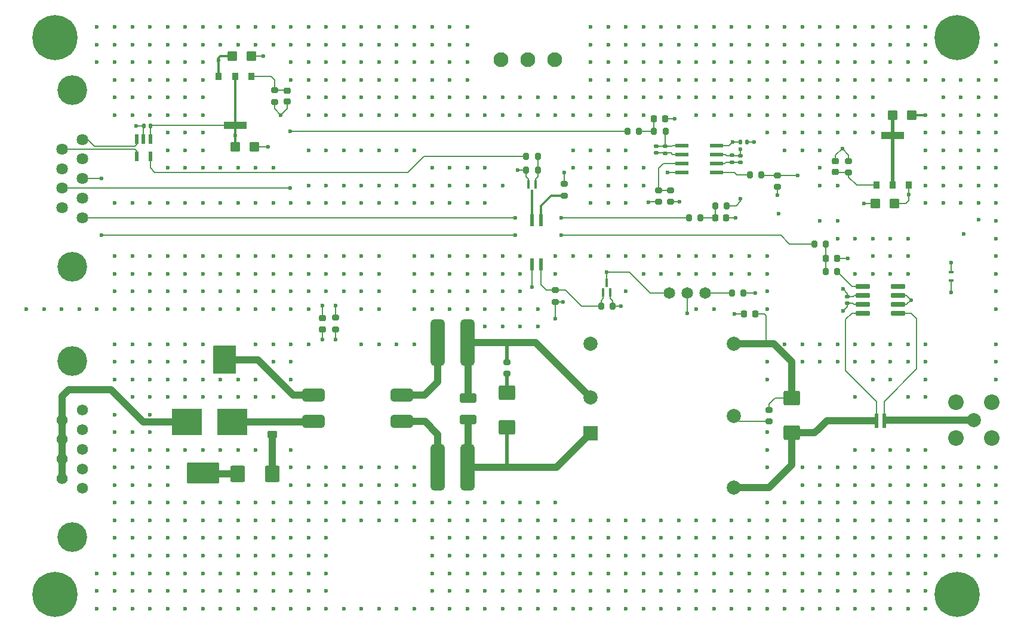
<source format=gbr>
%TF.GenerationSoftware,KiCad,Pcbnew,9.0.3*%
%TF.CreationDate,2025-09-16T13:04:12-04:00*%
%TF.ProjectId,CAEN_NEVIS_DAQ_12V,4341454e-5f4e-4455-9649-535f4441515f,rev?*%
%TF.SameCoordinates,Original*%
%TF.FileFunction,Copper,L1,Top*%
%TF.FilePolarity,Positive*%
%FSLAX46Y46*%
G04 Gerber Fmt 4.6, Leading zero omitted, Abs format (unit mm)*
G04 Created by KiCad (PCBNEW 9.0.3) date 2025-09-16 13:04:12*
%MOMM*%
%LPD*%
G01*
G04 APERTURE LIST*
G04 Aperture macros list*
%AMRoundRect*
0 Rectangle with rounded corners*
0 $1 Rounding radius*
0 $2 $3 $4 $5 $6 $7 $8 $9 X,Y pos of 4 corners*
0 Add a 4 corners polygon primitive as box body*
4,1,4,$2,$3,$4,$5,$6,$7,$8,$9,$2,$3,0*
0 Add four circle primitives for the rounded corners*
1,1,$1+$1,$2,$3*
1,1,$1+$1,$4,$5*
1,1,$1+$1,$6,$7*
1,1,$1+$1,$8,$9*
0 Add four rect primitives between the rounded corners*
20,1,$1+$1,$2,$3,$4,$5,0*
20,1,$1+$1,$4,$5,$6,$7,0*
20,1,$1+$1,$6,$7,$8,$9,0*
20,1,$1+$1,$8,$9,$2,$3,0*%
G04 Aperture macros list end*
%TA.AperFunction,SMDPad,CuDef*%
%ADD10RoundRect,0.200000X-0.275000X0.200000X-0.275000X-0.200000X0.275000X-0.200000X0.275000X0.200000X0*%
%TD*%
%TA.AperFunction,SMDPad,CuDef*%
%ADD11RoundRect,0.250000X-0.450000X-0.425000X0.450000X-0.425000X0.450000X0.425000X-0.450000X0.425000X0*%
%TD*%
%TA.AperFunction,SMDPad,CuDef*%
%ADD12R,0.889000X1.016000*%
%TD*%
%TA.AperFunction,SMDPad,CuDef*%
%ADD13R,3.200000X1.000000*%
%TD*%
%TA.AperFunction,SMDPad,CuDef*%
%ADD14RoundRect,0.200000X0.200000X0.275000X-0.200000X0.275000X-0.200000X-0.275000X0.200000X-0.275000X0*%
%TD*%
%TA.AperFunction,ComponentPad*%
%ADD15C,1.560000*%
%TD*%
%TA.AperFunction,ComponentPad*%
%ADD16C,4.216000*%
%TD*%
%TA.AperFunction,SMDPad,CuDef*%
%ADD17RoundRect,0.250000X0.925000X-0.787500X0.925000X0.787500X-0.925000X0.787500X-0.925000X-0.787500X0*%
%TD*%
%TA.AperFunction,SMDPad,CuDef*%
%ADD18RoundRect,0.200000X0.275000X-0.200000X0.275000X0.200000X-0.275000X0.200000X-0.275000X-0.200000X0*%
%TD*%
%TA.AperFunction,SMDPad,CuDef*%
%ADD19RoundRect,0.225000X0.250000X-0.225000X0.250000X0.225000X-0.250000X0.225000X-0.250000X-0.225000X0*%
%TD*%
%TA.AperFunction,SMDPad,CuDef*%
%ADD20RoundRect,0.225000X0.225000X0.250000X-0.225000X0.250000X-0.225000X-0.250000X0.225000X-0.250000X0*%
%TD*%
%TA.AperFunction,ComponentPad*%
%ADD21C,6.400000*%
%TD*%
%TA.AperFunction,ComponentPad*%
%ADD22C,1.650000*%
%TD*%
%TA.AperFunction,SMDPad,CuDef*%
%ADD23R,0.558800X1.473200*%
%TD*%
%TA.AperFunction,SMDPad,CuDef*%
%ADD24R,4.241800X3.810000*%
%TD*%
%TA.AperFunction,ComponentPad*%
%ADD25C,2.006600*%
%TD*%
%TA.AperFunction,ComponentPad*%
%ADD26C,2.209800*%
%TD*%
%TA.AperFunction,SMDPad,CuDef*%
%ADD27RoundRect,0.250000X0.450000X0.425000X-0.450000X0.425000X-0.450000X-0.425000X0.450000X-0.425000X0*%
%TD*%
%TA.AperFunction,SMDPad,CuDef*%
%ADD28R,0.350800X1.161200*%
%TD*%
%TA.AperFunction,SMDPad,CuDef*%
%ADD29RoundRect,0.225000X-0.250000X0.225000X-0.250000X-0.225000X0.250000X-0.225000X0.250000X0.225000X0*%
%TD*%
%TA.AperFunction,SMDPad,CuDef*%
%ADD30R,0.584200X2.159000*%
%TD*%
%TA.AperFunction,SMDPad,CuDef*%
%ADD31R,0.558800X1.651000*%
%TD*%
%TA.AperFunction,SMDPad,CuDef*%
%ADD32RoundRect,0.140000X-0.170000X0.140000X-0.170000X-0.140000X0.170000X-0.140000X0.170000X0.140000X0*%
%TD*%
%TA.AperFunction,SMDPad,CuDef*%
%ADD33RoundRect,0.250000X0.450000X-0.262500X0.450000X0.262500X-0.450000X0.262500X-0.450000X-0.262500X0*%
%TD*%
%TA.AperFunction,SMDPad,CuDef*%
%ADD34RoundRect,0.140000X-0.140000X-0.170000X0.140000X-0.170000X0.140000X0.170000X-0.140000X0.170000X0*%
%TD*%
%TA.AperFunction,SMDPad,CuDef*%
%ADD35RoundRect,0.225000X-0.225000X-0.250000X0.225000X-0.250000X0.225000X0.250000X-0.225000X0.250000X0*%
%TD*%
%TA.AperFunction,SMDPad,CuDef*%
%ADD36RoundRect,0.140000X0.170000X-0.140000X0.170000X0.140000X-0.170000X0.140000X-0.170000X-0.140000X0*%
%TD*%
%TA.AperFunction,SMDPad,CuDef*%
%ADD37RoundRect,0.075000X0.910000X0.225000X-0.910000X0.225000X-0.910000X-0.225000X0.910000X-0.225000X0*%
%TD*%
%TA.AperFunction,SMDPad,CuDef*%
%ADD38R,1.981200X0.558800*%
%TD*%
%TA.AperFunction,SMDPad,CuDef*%
%ADD39RoundRect,0.200000X-0.200000X-0.275000X0.200000X-0.275000X0.200000X0.275000X-0.200000X0.275000X0*%
%TD*%
%TA.AperFunction,ComponentPad*%
%ADD40R,2.000000X2.000000*%
%TD*%
%TA.AperFunction,ComponentPad*%
%ADD41C,2.000000*%
%TD*%
%TA.AperFunction,SMDPad,CuDef*%
%ADD42RoundRect,0.500000X-0.500000X-2.800000X0.500000X-2.800000X0.500000X2.800000X-0.500000X2.800000X0*%
%TD*%
%TA.AperFunction,SMDPad,CuDef*%
%ADD43RoundRect,0.250000X0.787500X0.925000X-0.787500X0.925000X-0.787500X-0.925000X0.787500X-0.925000X0*%
%TD*%
%TA.AperFunction,SMDPad,CuDef*%
%ADD44RoundRect,0.135000X0.185000X-0.135000X0.185000X0.135000X-0.185000X0.135000X-0.185000X-0.135000X0*%
%TD*%
%TA.AperFunction,ComponentPad*%
%ADD45C,1.635000*%
%TD*%
%TA.AperFunction,SMDPad,CuDef*%
%ADD46RoundRect,0.250000X0.925000X-0.412500X0.925000X0.412500X-0.925000X0.412500X-0.925000X-0.412500X0*%
%TD*%
%TA.AperFunction,SMDPad,CuDef*%
%ADD47RoundRect,0.475000X1.125000X-0.475000X1.125000X0.475000X-1.125000X0.475000X-1.125000X-0.475000X0*%
%TD*%
%TA.AperFunction,ComponentPad*%
%ADD48C,2.100000*%
%TD*%
%TA.AperFunction,SMDPad,CuDef*%
%ADD49R,0.711200X0.444500*%
%TD*%
%TA.AperFunction,ViaPad*%
%ADD50C,0.600000*%
%TD*%
%TA.AperFunction,Conductor*%
%ADD51C,0.200000*%
%TD*%
%TA.AperFunction,Conductor*%
%ADD52C,1.000000*%
%TD*%
%TA.AperFunction,Conductor*%
%ADD53C,0.500000*%
%TD*%
%TA.AperFunction,Conductor*%
%ADD54C,0.300000*%
%TD*%
%TA.AperFunction,Conductor*%
%ADD55C,0.350000*%
%TD*%
G04 APERTURE END LIST*
D10*
%TO.P,R2,1*%
%TO.N,Net-(U1--VIN)*%
X143110000Y-90055000D03*
%TO.P,R2,2*%
%TO.N,Net-(C8-Pad2)*%
X143110000Y-91705000D03*
%TD*%
D11*
%TO.P,C14,1*%
%TO.N,/Enable_Block/3p3V*%
X104580000Y-59510000D03*
%TO.P,C14,2*%
%TO.N,/V_TELEM_RTN*%
X107280000Y-59510000D03*
%TD*%
D12*
%TO.P,U4,1,SET*%
%TO.N,Net-(U4-SET)*%
X195518600Y-64922500D03*
%TO.P,U4,2,OUT*%
%TO.N,/Telemetry_Schematic/3p3V*%
X197830000Y-64922500D03*
%TO.P,U4,3,IN*%
%TO.N,/V_TELEM_IN*%
X200141400Y-64922500D03*
D13*
%TO.P,U4,4,TAB*%
%TO.N,/Telemetry_Schematic/3p3V*%
X197830000Y-57930000D03*
%TD*%
D14*
%TO.P,R23,1*%
%TO.N,/Telemetry_Schematic/TEMP*%
X179215000Y-63510000D03*
%TO.P,R23,2*%
%TO.N,Net-(U6B-+INB)*%
X177565000Y-63510000D03*
%TD*%
%TO.P,R26,1*%
%TO.N,Net-(C25-Pad2)*%
X170555000Y-69550000D03*
%TO.P,R26,2*%
%TO.N,/TEMP_MON*%
X168905000Y-69550000D03*
%TD*%
%TO.P,R8,1*%
%TO.N,Net-(M2-Pad1)*%
X147485000Y-62840000D03*
%TO.P,R8,2*%
%TO.N,/V_TELEM_RTN*%
X145835000Y-62840000D03*
%TD*%
D11*
%TO.P,C12,1*%
%TO.N,/V_TELEM_IN*%
X104151000Y-46660000D03*
%TO.P,C12,2*%
%TO.N,/V_TELEM_RTN*%
X106851000Y-46660000D03*
%TD*%
D15*
%TO.P,J1,1*%
%TO.N,/V_SEC_RTN*%
X82920000Y-96870000D03*
%TO.P,J1,2*%
X82920000Y-99640000D03*
%TO.P,J1,3*%
%TO.N,unconnected-(J1-Pad3)*%
X82920000Y-102410000D03*
%TO.P,J1,4*%
%TO.N,/V_SEC_RTN*%
X82920000Y-105180000D03*
%TO.P,J1,5*%
X82920000Y-107950000D03*
%TO.P,J1,6*%
%TO.N,/V_SEC_IN*%
X80080000Y-98255000D03*
%TO.P,J1,7*%
X80080000Y-101025000D03*
%TO.P,J1,8*%
X80080000Y-103795000D03*
%TO.P,J1,9*%
X80080000Y-106565000D03*
D16*
%TO.P,J1,S1*%
%TO.N,GNDPWR*%
X81500000Y-89910000D03*
%TO.P,J1,S2*%
X81500000Y-114910000D03*
%TD*%
D17*
%TO.P,C8,1*%
%TO.N,/Main_DCDC_Converter/V_SEC*%
X143120000Y-99282500D03*
%TO.P,C8,2*%
%TO.N,Net-(C8-Pad2)*%
X143120000Y-94357500D03*
%TD*%
D14*
%TO.P,R9,1*%
%TO.N,/V_SEC_RTN*%
X176655000Y-80240000D03*
%TO.P,R9,2*%
%TO.N,Net-(J10-Pad3)*%
X175005000Y-80240000D03*
%TD*%
D18*
%TO.P,R18,1*%
%TO.N,/V_TELEM_RTN*%
X164626200Y-67330000D03*
%TO.P,R18,2*%
%TO.N,Net-(U6A-+INA)*%
X164626200Y-65680000D03*
%TD*%
D14*
%TO.P,R15,1*%
%TO.N,Net-(U5-OUT)*%
X189965000Y-77220000D03*
%TO.P,R15,2*%
%TO.N,Net-(C20-Pad2)*%
X188315000Y-77220000D03*
%TD*%
D19*
%TO.P,C13,1*%
%TO.N,/V_TELEM_RTN*%
X111948500Y-53105000D03*
%TO.P,C13,2*%
%TO.N,Net-(U2-SET)*%
X111948500Y-51555000D03*
%TD*%
D14*
%TO.P,R21,1*%
%TO.N,Net-(C23-Pad2)*%
X161861200Y-57305000D03*
%TO.P,R21,2*%
%TO.N,/P12V_V_MON*%
X160211200Y-57305000D03*
%TD*%
D20*
%TO.P,C20,1*%
%TO.N,/V_TELEM_RTN*%
X189925000Y-75370000D03*
%TO.P,C20,2*%
%TO.N,Net-(C20-Pad2)*%
X188375000Y-75370000D03*
%TD*%
D21*
%TO.P,H4,1,1*%
%TO.N,GNDPWR*%
X207000000Y-123000000D03*
%TD*%
D22*
%TO.P,J10,1*%
%TO.N,Net-(J10-Pad1)*%
X166190000Y-80240000D03*
%TO.P,J10,2*%
%TO.N,Net-(U1-REMOTE)*%
X168730000Y-80240000D03*
%TO.P,J10,3*%
%TO.N,Net-(J10-Pad3)*%
X171270000Y-80240000D03*
%TD*%
D23*
%TO.P,U3,1,VCC*%
%TO.N,/Enable_Block/3p3V*%
X92540001Y-58436200D03*
%TO.P,U3,2,GND*%
%TO.N,/V_TELEM_RTN*%
X91590000Y-58436200D03*
%TO.P,U3,3,A*%
%TO.N,/ENABLE-*%
X90639999Y-58436200D03*
%TO.P,U3,4,B*%
%TO.N,/ENABLE+*%
X90639999Y-60823800D03*
%TO.P,U3,5,R*%
%TO.N,/Enable_SIG*%
X92540001Y-60823800D03*
%TD*%
D14*
%TO.P,R16,1*%
%TO.N,Net-(C20-Pad2)*%
X188375000Y-73280000D03*
%TO.P,R16,2*%
%TO.N,/P12V_I_MON*%
X186725000Y-73280000D03*
%TD*%
D24*
%TO.P,F1,1,1*%
%TO.N,/V_SEC_IN*%
X97762300Y-98520000D03*
%TO.P,F1,2,2*%
%TO.N,Net-(F1-Pad2)*%
X104137700Y-98520000D03*
%TD*%
D25*
%TO.P,J4,1,SIGNAL*%
%TO.N,/P12V_OUT_*%
X209360000Y-98310000D03*
D26*
%TO.P,J4,2,GND*%
%TO.N,/P12V_RTN*%
X211900000Y-95770000D03*
%TO.P,J4,3,GND*%
X206820000Y-95770000D03*
%TO.P,J4,4,GND*%
X206820000Y-100850000D03*
%TO.P,J4,5,GND*%
X211900000Y-100850000D03*
%TD*%
D21*
%TO.P,H3,1,1*%
%TO.N,GNDPWR*%
X79000000Y-123000000D03*
%TD*%
D27*
%TO.P,C16,1*%
%TO.N,/V_TELEM_IN*%
X198043900Y-67552500D03*
%TO.P,C16,2*%
%TO.N,/V_TELEM_RTN*%
X195343900Y-67552500D03*
%TD*%
D28*
%TO.P,M2,1,1*%
%TO.N,Net-(M2-Pad1)*%
X147160000Y-64830000D03*
%TO.P,M2,2,2*%
%TO.N,/V_TELEM_RTN*%
X146160002Y-64830000D03*
%TO.P,M2,3,3*%
%TO.N,Net-(M2-Pad3)*%
X146660001Y-66180000D03*
%TD*%
D14*
%TO.P,R25,1*%
%TO.N,Net-(U6B-B_OUT)*%
X174295000Y-67860000D03*
%TO.P,R25,2*%
%TO.N,Net-(C25-Pad2)*%
X172645000Y-67860000D03*
%TD*%
D18*
%TO.P,R30,1*%
%TO.N,/V_SEC_RTN*%
X118840000Y-85385000D03*
%TO.P,R30,2*%
%TO.N,/V_TELEM_RTN*%
X118840000Y-83735000D03*
%TD*%
D20*
%TO.P,C23,1*%
%TO.N,/V_TELEM_RTN*%
X165531200Y-55545000D03*
%TO.P,C23,2*%
%TO.N,Net-(C23-Pad2)*%
X163981200Y-55545000D03*
%TD*%
D29*
%TO.P,C18,1*%
%TO.N,/V_TELEM_RTN*%
X189701400Y-61542500D03*
%TO.P,C18,2*%
%TO.N,Net-(U4-SET)*%
X189701400Y-63092500D03*
%TD*%
D14*
%TO.P,R7,1*%
%TO.N,Net-(M2-Pad1)*%
X147495000Y-60860000D03*
%TO.P,R7,2*%
%TO.N,/Enable_SIG*%
X145845000Y-60860000D03*
%TD*%
D30*
%TO.P,R14,1*%
%TO.N,/P12V_OUT*%
X195526600Y-98330000D03*
%TO.P,R14,2*%
%TO.N,/P12V_OUT_*%
X196593400Y-98330000D03*
%TD*%
D11*
%TO.P,C17,1*%
%TO.N,/Telemetry_Schematic/3p3V*%
X197801400Y-55012500D03*
%TO.P,C17,2*%
%TO.N,/V_TELEM_RTN*%
X200501400Y-55012500D03*
%TD*%
D31*
%TO.P,Q1,1,1*%
%TO.N,Net-(Q1-Pad1)*%
X147935000Y-69915800D03*
%TO.P,Q1,2,2*%
%TO.N,Net-(M2-Pad3)*%
X146665000Y-69915800D03*
%TO.P,Q1,3,3*%
%TO.N,/V_SEC_RTN*%
X146665000Y-76164200D03*
%TO.P,Q1,4,4*%
%TO.N,Net-(M1-Pad1)*%
X147935000Y-76164200D03*
%TD*%
D18*
%TO.P,R1,1*%
%TO.N,/Main_DCDC_Converter/TRIM*%
X180300000Y-98455000D03*
%TO.P,R1,2*%
%TO.N,/P12V_RTN*%
X180300000Y-96805000D03*
%TD*%
D32*
%TO.P,C19,1*%
%TO.N,/Telemetry_Schematic/3p3V*%
X191360000Y-80740000D03*
%TO.P,C19,2*%
%TO.N,/V_TELEM_RTN*%
X191360000Y-81700000D03*
%TD*%
D33*
%TO.P,R10,1*%
%TO.N,Net-(C10-Pad1)*%
X109870000Y-100332500D03*
%TO.P,R10,2*%
%TO.N,Net-(F1-Pad2)*%
X109870000Y-98507500D03*
%TD*%
D12*
%TO.P,U2,1,SET*%
%TO.N,Net-(U2-SET)*%
X106879900Y-49497500D03*
%TO.P,U2,2,OUT*%
%TO.N,/Enable_Block/3p3V*%
X104568500Y-49497500D03*
%TO.P,U2,3,IN*%
%TO.N,/V_TELEM_IN*%
X102257100Y-49497500D03*
D13*
%TO.P,U2,4,TAB*%
%TO.N,/Enable_Block/3p3V*%
X104568500Y-56490000D03*
%TD*%
D34*
%TO.P,C21,1*%
%TO.N,/Telemetry_Schematic/3p3V*%
X176220000Y-58810000D03*
%TO.P,C21,2*%
%TO.N,/V_TELEM_RTN*%
X177180000Y-58810000D03*
%TD*%
D35*
%TO.P,C11,1*%
%TO.N,GNDPWR*%
X176765000Y-83250000D03*
%TO.P,C11,2*%
%TO.N,/P12V_RTN*%
X178315000Y-83250000D03*
%TD*%
D36*
%TO.P,C24,1*%
%TO.N,Net-(U6B--INB)*%
X176230000Y-61700000D03*
%TO.P,C24,2*%
%TO.N,Net-(U6B-B_OUT)*%
X176230000Y-60740000D03*
%TD*%
D37*
%TO.P,U5,1,-IN*%
%TO.N,/P12V_OUT_*%
X198550000Y-83125000D03*
%TO.P,U5,2,GND*%
%TO.N,/V_TELEM_RTN*%
X198550000Y-81855000D03*
%TO.P,U5,3,REF2*%
X198550000Y-80585000D03*
%TO.P,U5,4,4*%
%TO.N,unconnected-(U5-Pad4)*%
X198550000Y-79315000D03*
%TO.P,U5,5,OUT*%
%TO.N,Net-(U5-OUT)*%
X193610000Y-79315000D03*
%TO.P,U5,6,V+*%
%TO.N,/Telemetry_Schematic/3p3V*%
X193610000Y-80585000D03*
%TO.P,U5,7,REF1*%
%TO.N,/V_TELEM_RTN*%
X193610000Y-81855000D03*
%TO.P,U5,8,+IN*%
%TO.N,/P12V_OUT*%
X193610000Y-83125000D03*
%TD*%
D10*
%TO.P,R19,1*%
%TO.N,Net-(U6A-+INA)*%
X166346200Y-65680000D03*
%TO.P,R19,2*%
%TO.N,/P12V_OUT_*%
X166346200Y-67330000D03*
%TD*%
D17*
%TO.P,C7,1*%
%TO.N,/P12V_OUT*%
X183520000Y-100092500D03*
%TO.P,C7,2*%
%TO.N,/P12V_RTN*%
X183520000Y-95167500D03*
%TD*%
D20*
%TO.P,C25,1*%
%TO.N,/V_TELEM_RTN*%
X174195000Y-69570000D03*
%TO.P,C25,2*%
%TO.N,Net-(C25-Pad2)*%
X172645000Y-69570000D03*
%TD*%
D10*
%TO.P,R13,1*%
%TO.N,/V_TELEM_RTN*%
X191591400Y-61497500D03*
%TO.P,R13,2*%
%TO.N,Net-(U4-SET)*%
X191591400Y-63147500D03*
%TD*%
D38*
%TO.P,U6,1,A_OUT*%
%TO.N,Net-(U6A-A_OUT)*%
X167942400Y-59300000D03*
%TO.P,U6,2,-INA*%
%TO.N,Net-(U6A--INA)*%
X167942400Y-60570000D03*
%TO.P,U6,3,+INA*%
%TO.N,Net-(U6A-+INA)*%
X167942400Y-61840000D03*
%TO.P,U6,4,VSS*%
%TO.N,/V_TELEM_RTN*%
X167942400Y-63110000D03*
%TO.P,U6,5,+INB*%
%TO.N,Net-(U6B-+INB)*%
X172870000Y-63110000D03*
%TO.P,U6,6,-INB*%
%TO.N,Net-(U6B--INB)*%
X172870000Y-61840000D03*
%TO.P,U6,7,B_OUT*%
%TO.N,Net-(U6B-B_OUT)*%
X172870000Y-60570000D03*
%TO.P,U6,8,VCC*%
%TO.N,/Telemetry_Schematic/3p3V*%
X172870000Y-59300000D03*
%TD*%
D28*
%TO.P,M1,1,1*%
%TO.N,Net-(M1-Pad1)*%
X156790001Y-80145000D03*
%TO.P,M1,2,2*%
%TO.N,/V_SEC_RTN*%
X157789999Y-80145000D03*
%TO.P,M1,3,3*%
%TO.N,Net-(J10-Pad1)*%
X157290000Y-78795000D03*
%TD*%
D39*
%TO.P,R6,1*%
%TO.N,Net-(M1-Pad1)*%
X156464999Y-82135000D03*
%TO.P,R6,2*%
%TO.N,/V_SEC_RTN*%
X158114999Y-82135000D03*
%TD*%
D40*
%TO.P,U1,1,+VIN*%
%TO.N,/Main_DCDC_Converter/V_SEC*%
X154980000Y-100150000D03*
D41*
%TO.P,U1,2,-VIN*%
%TO.N,Net-(U1--VIN)*%
X154980000Y-95050000D03*
%TO.P,U1,3,+VOUT*%
%TO.N,/P12V_OUT*%
X175280000Y-107850000D03*
%TO.P,U1,4,TRIM*%
%TO.N,/Main_DCDC_Converter/TRIM*%
X175280000Y-97650000D03*
%TO.P,U1,5,-VOUT*%
%TO.N,/P12V_RTN*%
X175280000Y-87450000D03*
%TO.P,U1,6,REMOTE*%
%TO.N,Net-(U1-REMOTE)*%
X154980000Y-87450000D03*
%TD*%
D42*
%TO.P,L2,1,1*%
%TO.N,Net-(L2-Pad1)*%
X133325000Y-87290000D03*
%TO.P,L2,2,2*%
%TO.N,Net-(U1--VIN)*%
X137525000Y-87290000D03*
%TD*%
D18*
%TO.P,R4,1*%
%TO.N,/Main_DCDC_Converter/V_SEC*%
X149980000Y-81485000D03*
%TO.P,R4,2*%
%TO.N,Net-(M1-Pad1)*%
X149980000Y-79835000D03*
%TD*%
D36*
%TO.P,C22,1*%
%TO.N,Net-(U6A--INA)*%
X164326200Y-60385000D03*
%TO.P,C22,2*%
%TO.N,Net-(U6A-A_OUT)*%
X164326200Y-59425000D03*
%TD*%
D43*
%TO.P,C10,1*%
%TO.N,Net-(C10-Pad1)*%
X109870000Y-105860000D03*
%TO.P,C10,2*%
%TO.N,/V_SEC_RTN*%
X104945000Y-105860000D03*
%TD*%
D21*
%TO.P,H1,1,1*%
%TO.N,GNDPWR*%
X79000000Y-44000000D03*
%TD*%
D14*
%TO.P,R20,1*%
%TO.N,Net-(U6A-A_OUT)*%
X165611200Y-57305000D03*
%TO.P,R20,2*%
%TO.N,Net-(C23-Pad2)*%
X163961200Y-57305000D03*
%TD*%
D29*
%TO.P,C26,1*%
%TO.N,/V_TELEM_RTN*%
X116930000Y-83835000D03*
%TO.P,C26,2*%
%TO.N,/V_SEC_RTN*%
X116930000Y-85385000D03*
%TD*%
D21*
%TO.P,H2,1,1*%
%TO.N,GNDPWR*%
X207000000Y-44000000D03*
%TD*%
D44*
%TO.P,R24,1*%
%TO.N,Net-(U6B--INB)*%
X175020000Y-61720000D03*
%TO.P,R24,2*%
%TO.N,Net-(U6B-B_OUT)*%
X175020000Y-60700000D03*
%TD*%
D45*
%TO.P,J2,1*%
%TO.N,/TEMP_MON*%
X82920000Y-69540000D03*
%TO.P,J2,2*%
%TO.N,/V_TELEM_RTN*%
X82920000Y-66770000D03*
%TO.P,J2,3*%
%TO.N,/P12V_I_MON*%
X82920000Y-64000000D03*
%TO.P,J2,4*%
%TO.N,/V_TELEM_RTN*%
X82920000Y-61230000D03*
%TO.P,J2,5*%
%TO.N,/ENABLE-*%
X82920000Y-58460000D03*
%TO.P,J2,6*%
%TO.N,/V_TELEM_RTN*%
X80080000Y-68155000D03*
%TO.P,J2,7*%
%TO.N,/P12V_V_MON*%
X80080000Y-65385000D03*
%TO.P,J2,8*%
%TO.N,/V_TELEM_RTN*%
X80080000Y-62615000D03*
%TO.P,J2,9*%
%TO.N,/ENABLE+*%
X80080000Y-59845000D03*
D16*
%TO.P,J2,S1*%
%TO.N,GNDPWR*%
X81500000Y-51500000D03*
%TO.P,J2,S2*%
X81500000Y-76500000D03*
%TD*%
D18*
%TO.P,R12,1*%
%TO.N,/V_TELEM_RTN*%
X110188500Y-53135000D03*
%TO.P,R12,2*%
%TO.N,Net-(U2-SET)*%
X110188500Y-51485000D03*
%TD*%
D44*
%TO.P,R17,1*%
%TO.N,Net-(U6A--INA)*%
X165596200Y-60435000D03*
%TO.P,R17,2*%
%TO.N,Net-(U6A-A_OUT)*%
X165596200Y-59415000D03*
%TD*%
D42*
%TO.P,L1,1,1*%
%TO.N,Net-(L1-Pad1)*%
X133325000Y-104980000D03*
%TO.P,L1,2,2*%
%TO.N,/Main_DCDC_Converter/V_SEC*%
X137525000Y-104980000D03*
%TD*%
D46*
%TO.P,C9,1*%
%TO.N,/Main_DCDC_Converter/V_SEC*%
X137620000Y-98230000D03*
%TO.P,C9,2*%
%TO.N,Net-(U1--VIN)*%
X137620000Y-95155000D03*
%TD*%
D47*
%TO.P,L3,1*%
%TO.N,Net-(L2-Pad1)*%
X128250000Y-94760000D03*
%TO.P,L3,2*%
%TO.N,Net-(L1-Pad1)*%
X128250000Y-98460000D03*
%TO.P,L3,3*%
%TO.N,Net-(F1-Pad2)*%
X115650000Y-98460000D03*
%TO.P,L3,4*%
%TO.N,/V_SEC_RTN*%
X115650000Y-94760000D03*
%TD*%
D34*
%TO.P,C15,1*%
%TO.N,/V_TELEM_RTN*%
X91635400Y-56496500D03*
%TO.P,C15,2*%
%TO.N,/Enable_Block/3p3V*%
X92595400Y-56496500D03*
%TD*%
D48*
%TO.P,J3,1*%
%TO.N,/V_TELEM_IN*%
X149890000Y-47150000D03*
%TO.P,J3,2*%
%TO.N,/V_TELEM_RTN*%
X146080000Y-47150000D03*
%TO.P,J3,3*%
%TO.N,/V_TELEM_IN*%
X142270000Y-47150000D03*
%TD*%
D49*
%TO.P,LED1,1*%
%TO.N,Net-(LED1-Pad1)*%
X206100000Y-78508650D03*
%TO.P,LED1,2*%
%TO.N,Net-(LED1-Pad2)*%
X206100000Y-77251350D03*
%TD*%
D18*
%TO.P,R22,1*%
%TO.N,/V_TELEM_RTN*%
X181490000Y-65195000D03*
%TO.P,R22,2*%
%TO.N,/Telemetry_Schematic/TEMP*%
X181490000Y-63545000D03*
%TD*%
D10*
%TO.P,R5,1*%
%TO.N,/V_TELEM_IN*%
X151230000Y-64755000D03*
%TO.P,R5,2*%
%TO.N,Net-(Q1-Pad1)*%
X151230000Y-66405000D03*
%TD*%
D50*
%TO.N,/Main_DCDC_Converter/V_SEC*%
X149990000Y-83870000D03*
X151120000Y-81490000D03*
%TO.N,/P12V_OUT*%
X183520000Y-102310000D03*
%TO.N,/P12V_RTN*%
X183540000Y-93140000D03*
%TO.N,/V_SEC_RTN*%
X195000000Y-105000000D03*
X125000000Y-105000000D03*
X112500000Y-122500000D03*
X145000000Y-112500000D03*
X197500000Y-102500000D03*
X200000000Y-90000000D03*
X95000000Y-87500000D03*
X135000000Y-120000000D03*
X202500000Y-117500000D03*
X97500000Y-102500000D03*
X102500000Y-120000000D03*
X165000000Y-120000000D03*
X97500000Y-90000000D03*
X137500000Y-115000000D03*
X167500000Y-125000000D03*
X132500000Y-80000000D03*
X180000000Y-75000000D03*
X97500000Y-95000000D03*
X197500000Y-112500000D03*
X95000000Y-115000000D03*
X180000000Y-90000000D03*
X170000000Y-117500000D03*
X100000000Y-102500000D03*
X177500000Y-115000000D03*
X117500000Y-110000000D03*
X197500000Y-107500000D03*
X95000000Y-105000000D03*
X172500000Y-77500000D03*
X142500000Y-115000000D03*
X90000000Y-122500000D03*
X207500000Y-117500000D03*
X135000000Y-80000000D03*
X95000000Y-125000000D03*
X200000000Y-112500000D03*
X112500000Y-110000000D03*
X200000000Y-87500000D03*
X95000000Y-102500000D03*
X87500000Y-97500000D03*
X132500000Y-82500000D03*
X130000000Y-107500000D03*
X135000000Y-117500000D03*
X200000000Y-120000000D03*
X98527500Y-105000000D03*
X160000000Y-122500000D03*
X90000000Y-105000000D03*
X110000000Y-90000000D03*
X182500000Y-87500000D03*
X118830000Y-86880000D03*
X127500000Y-105000000D03*
X105000000Y-125000000D03*
X147500000Y-117500000D03*
X170000000Y-120000000D03*
X155000000Y-122500000D03*
X182500000Y-112500000D03*
X97500000Y-117500000D03*
X87500000Y-102500000D03*
X185000000Y-115000000D03*
X180000000Y-110000000D03*
X202500000Y-110000000D03*
X117500000Y-122500000D03*
X142500000Y-85000000D03*
X87500000Y-112500000D03*
X207500000Y-115000000D03*
X190000000Y-110000000D03*
X180000000Y-80000000D03*
X205000000Y-107500000D03*
X202500000Y-125000000D03*
X120000000Y-112500000D03*
X200000000Y-95000000D03*
X212500000Y-107500000D03*
X192500000Y-115000000D03*
X185000000Y-105000000D03*
X92500000Y-105000000D03*
X185000000Y-90000000D03*
X90000000Y-125000000D03*
X165000000Y-115000000D03*
X107500000Y-87500000D03*
X112500000Y-107500000D03*
X175000000Y-112500000D03*
X197500000Y-125000000D03*
X170000000Y-75000000D03*
X170000000Y-115000000D03*
X175000000Y-117500000D03*
X115000000Y-112500000D03*
X165000000Y-77500000D03*
X95000000Y-110000000D03*
X212500000Y-110000000D03*
X177500000Y-77500000D03*
X120000000Y-107500000D03*
X140000000Y-115000000D03*
X160000000Y-112500000D03*
X195000000Y-92500000D03*
X202500000Y-112500000D03*
X107500000Y-102500000D03*
X210000000Y-105000000D03*
X190000000Y-120000000D03*
X107500000Y-95000000D03*
X147500000Y-110000000D03*
X140000000Y-122500000D03*
X127500000Y-125000000D03*
X115000000Y-122500000D03*
X190000000Y-125000000D03*
X87500000Y-110000000D03*
X210000000Y-110000000D03*
X147500000Y-125000000D03*
X137500000Y-120000000D03*
X112500000Y-125000000D03*
X103950000Y-91210000D03*
X135000000Y-82500000D03*
X112500000Y-112500000D03*
X105000000Y-92500000D03*
X195000000Y-90000000D03*
X195000000Y-102500000D03*
X102500000Y-125000000D03*
X132500000Y-122500000D03*
X90000000Y-90000000D03*
X145000000Y-77500000D03*
X95000000Y-120000000D03*
X145000000Y-120000000D03*
X85000000Y-120000000D03*
X132500000Y-117500000D03*
X105000000Y-112500000D03*
X150000000Y-77500000D03*
X140000000Y-80000000D03*
X92500000Y-117500000D03*
X110000000Y-120000000D03*
X142500000Y-112500000D03*
X180000000Y-92500000D03*
X150000000Y-125000000D03*
X180000000Y-77500000D03*
X107500000Y-122500000D03*
X107500000Y-110000000D03*
X190000000Y-107500000D03*
X137500000Y-122500000D03*
X200000000Y-117500000D03*
X142500000Y-117500000D03*
X192500000Y-95000000D03*
X197500000Y-117500000D03*
X117500000Y-117500000D03*
X155000000Y-115000000D03*
X145000000Y-75000000D03*
X207500000Y-105000000D03*
X150000000Y-75000000D03*
X92500000Y-102500000D03*
X152500000Y-125000000D03*
X152500000Y-120000000D03*
X182500000Y-110000000D03*
X140000000Y-85000000D03*
X115000000Y-115000000D03*
X172500000Y-122500000D03*
X95000000Y-112500000D03*
X145000000Y-85000000D03*
X120000000Y-105000000D03*
X102500000Y-102500000D03*
X100000000Y-90000000D03*
X87500000Y-115000000D03*
X177500000Y-125000000D03*
X103950000Y-89710000D03*
X135000000Y-112500000D03*
X192500000Y-87500000D03*
X172500000Y-115000000D03*
X95000000Y-90000000D03*
X192500000Y-120000000D03*
X102200000Y-88210000D03*
X192500000Y-122500000D03*
X175000000Y-122500000D03*
X195000000Y-125000000D03*
X100027500Y-106500000D03*
X147500000Y-122500000D03*
X190000000Y-115000000D03*
X87500000Y-90000000D03*
X105000000Y-110000000D03*
X147500000Y-82500000D03*
X145000000Y-110000000D03*
X100000000Y-112500000D03*
X115000000Y-105000000D03*
X142500000Y-125000000D03*
X105000000Y-117500000D03*
X122500000Y-107500000D03*
X142500000Y-122500000D03*
X197500000Y-90000000D03*
X122500000Y-110000000D03*
X187500000Y-105000000D03*
X145000000Y-125000000D03*
X162500000Y-75000000D03*
X117500000Y-105000000D03*
X210000000Y-112500000D03*
X205000000Y-105000000D03*
X182500000Y-122500000D03*
X185000000Y-112500000D03*
X95000000Y-117500000D03*
X210000000Y-115000000D03*
X170000000Y-77500000D03*
X147500000Y-112500000D03*
X150000000Y-120000000D03*
X202500000Y-102500000D03*
X165000000Y-117500000D03*
X87500000Y-105000000D03*
X142500000Y-75000000D03*
X117500000Y-125000000D03*
X101527500Y-105000000D03*
X110000000Y-110000000D03*
X147500000Y-120000000D03*
X92500000Y-107500000D03*
X187500000Y-120000000D03*
X212500000Y-105000000D03*
X110000000Y-87500000D03*
X180000000Y-102500000D03*
X170000000Y-122500000D03*
X102500000Y-110000000D03*
X187500000Y-125000000D03*
X92500000Y-92500000D03*
X187500000Y-117500000D03*
X135000000Y-122500000D03*
X105000000Y-95000000D03*
X180000000Y-117500000D03*
X125000000Y-110000000D03*
X100000000Y-120000000D03*
X115000000Y-107500000D03*
X175000000Y-120000000D03*
X90000000Y-92500000D03*
X130000000Y-77500000D03*
X85000000Y-122500000D03*
X202500000Y-92500000D03*
X167500000Y-112500000D03*
X177500000Y-75000000D03*
X182500000Y-117500000D03*
X97500000Y-125000000D03*
X95000000Y-92500000D03*
X112500000Y-115000000D03*
X182500000Y-115000000D03*
X192500000Y-117500000D03*
X140000000Y-112500000D03*
X90000000Y-120000000D03*
X197500000Y-87500000D03*
X130000000Y-87500000D03*
X137500000Y-125000000D03*
X192500000Y-90000000D03*
X192500000Y-107500000D03*
X160000000Y-120000000D03*
X140000000Y-125000000D03*
X160000000Y-80000000D03*
X87500000Y-122500000D03*
X87500000Y-117500000D03*
X92500000Y-97500000D03*
X140000000Y-117500000D03*
X147500000Y-85000000D03*
X192500000Y-105000000D03*
X102200000Y-89710000D03*
X155000000Y-120000000D03*
X202500000Y-120000000D03*
X100000000Y-110000000D03*
X87500000Y-92500000D03*
X167500000Y-75000000D03*
X187500000Y-110000000D03*
X105000000Y-120000000D03*
X127500000Y-110000000D03*
X152500000Y-115000000D03*
X172500000Y-125000000D03*
X132500000Y-110000000D03*
X97500000Y-110000000D03*
X175000000Y-115000000D03*
X100000000Y-125000000D03*
X212500000Y-90000000D03*
X92500000Y-112500000D03*
X92500000Y-100000000D03*
X200000000Y-110000000D03*
X140000000Y-120000000D03*
X97500000Y-87500000D03*
X152500000Y-122500000D03*
X115000000Y-110000000D03*
X177500000Y-117500000D03*
X87500000Y-87500000D03*
X87500000Y-120000000D03*
X122500000Y-125000000D03*
X122500000Y-105000000D03*
X112500000Y-90000000D03*
X167500000Y-77500000D03*
X185000000Y-110000000D03*
X180000000Y-112500000D03*
X125000000Y-112500000D03*
X170000000Y-112500000D03*
X160000000Y-125000000D03*
X157500000Y-117500000D03*
X155000000Y-75000000D03*
X192500000Y-125000000D03*
X175000000Y-75000000D03*
X185000000Y-107500000D03*
X172500000Y-117500000D03*
X160000000Y-75000000D03*
X90000000Y-102500000D03*
X127500000Y-112500000D03*
X210000000Y-107500000D03*
X130000000Y-112500000D03*
X162500000Y-125000000D03*
X157500000Y-75000000D03*
X155000000Y-117500000D03*
X200000000Y-107500000D03*
X100000000Y-117500000D03*
X165000000Y-112500000D03*
X182500000Y-125000000D03*
X122500000Y-112500000D03*
X102500000Y-122500000D03*
X142500000Y-77500000D03*
X137500000Y-117500000D03*
X125000000Y-87500000D03*
X90000000Y-117500000D03*
X205000000Y-112500000D03*
X101527500Y-106500000D03*
X170000000Y-82500000D03*
X140000000Y-77500000D03*
X165000000Y-75000000D03*
X172500000Y-75000000D03*
X110000000Y-95000000D03*
X190000000Y-122500000D03*
X92500000Y-110000000D03*
X152500000Y-75000000D03*
X202500000Y-115000000D03*
X202500000Y-90000000D03*
X92500000Y-125000000D03*
X115000000Y-87500000D03*
X157500000Y-125000000D03*
X159260000Y-82110000D03*
X160000000Y-115000000D03*
X98527500Y-106500000D03*
X167500000Y-122500000D03*
X207500000Y-112500000D03*
X107500000Y-120000000D03*
X180000000Y-120000000D03*
X132500000Y-115000000D03*
X130000000Y-125000000D03*
X127500000Y-107500000D03*
X122500000Y-87500000D03*
X185000000Y-117500000D03*
X100027500Y-105000000D03*
X202500000Y-87500000D03*
X135000000Y-110000000D03*
X190000000Y-90000000D03*
X187500000Y-112500000D03*
X117500000Y-115000000D03*
X180000000Y-115000000D03*
X165000000Y-122500000D03*
X87500000Y-100000000D03*
X155000000Y-112500000D03*
X100000000Y-95000000D03*
X190000000Y-105000000D03*
X145000000Y-117500000D03*
X105000000Y-115000000D03*
X125000000Y-107500000D03*
X192500000Y-112500000D03*
X195000000Y-112500000D03*
X177500000Y-120000000D03*
X197500000Y-105000000D03*
X175000000Y-125000000D03*
X142500000Y-120000000D03*
X92500000Y-87500000D03*
X130000000Y-105000000D03*
X97500000Y-122500000D03*
X172500000Y-112500000D03*
X117500000Y-120000000D03*
X150000000Y-112500000D03*
X212500000Y-117500000D03*
X97500000Y-112500000D03*
X155000000Y-125000000D03*
X132500000Y-120000000D03*
X152500000Y-112500000D03*
X135000000Y-75000000D03*
X195000000Y-115000000D03*
X157500000Y-122500000D03*
X132500000Y-125000000D03*
X100000000Y-87500000D03*
X110000000Y-112500000D03*
X180000000Y-122500000D03*
X95000000Y-107500000D03*
X110000000Y-122500000D03*
X102500000Y-117500000D03*
X190000000Y-87500000D03*
X157500000Y-112500000D03*
X195000000Y-87500000D03*
X110000000Y-117500000D03*
X172500000Y-120000000D03*
X112500000Y-117500000D03*
X115000000Y-120000000D03*
X170000000Y-125000000D03*
X185000000Y-122500000D03*
X102500000Y-112500000D03*
X200000000Y-102500000D03*
X197500000Y-120000000D03*
X145000000Y-80000000D03*
X187500000Y-90000000D03*
X102500000Y-115000000D03*
X172500000Y-82500000D03*
X103950000Y-88210000D03*
X100000000Y-115000000D03*
X140000000Y-110000000D03*
X190000000Y-112500000D03*
X180000000Y-105000000D03*
X87500000Y-107500000D03*
X130000000Y-110000000D03*
X200000000Y-115000000D03*
X97500000Y-120000000D03*
X107500000Y-92500000D03*
X117500000Y-112500000D03*
X137500000Y-110000000D03*
X205000000Y-110000000D03*
X112500000Y-105000000D03*
X200000000Y-125000000D03*
X107500000Y-112500000D03*
X100000000Y-122500000D03*
X117500000Y-107500000D03*
X162500000Y-112500000D03*
X160000000Y-117500000D03*
X135000000Y-115000000D03*
X95000000Y-122500000D03*
X205000000Y-117500000D03*
X195000000Y-107500000D03*
X102500000Y-92500000D03*
X190000000Y-117500000D03*
X212500000Y-112500000D03*
X145000000Y-122500000D03*
X210000000Y-117500000D03*
X175000000Y-77500000D03*
X197500000Y-110000000D03*
X146670000Y-79410000D03*
X127500000Y-87500000D03*
X102200000Y-91210000D03*
X212500000Y-87500000D03*
X97500000Y-92500000D03*
X110000000Y-125000000D03*
X92500000Y-120000000D03*
X187500000Y-115000000D03*
X92500000Y-95000000D03*
X145000000Y-115000000D03*
X202500000Y-107500000D03*
X200000000Y-122500000D03*
X202500000Y-95000000D03*
X90000000Y-107500000D03*
X116930000Y-86880000D03*
X197500000Y-92500000D03*
X162500000Y-117500000D03*
X112500000Y-102500000D03*
X105000000Y-102500000D03*
X207500000Y-110000000D03*
X150000000Y-110000000D03*
X90000000Y-112500000D03*
X137500000Y-82500000D03*
X142500000Y-110000000D03*
X177500000Y-122500000D03*
X162500000Y-77500000D03*
X112500000Y-87500000D03*
X157500000Y-115000000D03*
X212500000Y-115000000D03*
X137500000Y-80000000D03*
X205000000Y-115000000D03*
X137500000Y-112500000D03*
X130000000Y-82500000D03*
X132500000Y-112500000D03*
X92500000Y-90000000D03*
X212500000Y-92500000D03*
X130000000Y-75000000D03*
X180000000Y-82500000D03*
X107500000Y-125000000D03*
X90000000Y-95000000D03*
X90000000Y-115000000D03*
X112500000Y-92500000D03*
X195000000Y-120000000D03*
X182500000Y-120000000D03*
X150000000Y-115000000D03*
X162500000Y-120000000D03*
X185000000Y-120000000D03*
X135000000Y-125000000D03*
X202500000Y-122500000D03*
X107500000Y-117500000D03*
X97500000Y-115000000D03*
X197500000Y-115000000D03*
X130000000Y-80000000D03*
X115000000Y-125000000D03*
X100000000Y-92500000D03*
X120000000Y-110000000D03*
X142500000Y-80000000D03*
X115000000Y-117500000D03*
X162500000Y-122500000D03*
X125000000Y-125000000D03*
X90000000Y-87500000D03*
X120000000Y-125000000D03*
X207500000Y-107500000D03*
X187500000Y-87500000D03*
X180000000Y-125000000D03*
X145000000Y-82500000D03*
X110000000Y-115000000D03*
X180000000Y-100000000D03*
X167500000Y-120000000D03*
X132500000Y-75000000D03*
X192500000Y-102500000D03*
X165000000Y-125000000D03*
X140000000Y-82500000D03*
X195000000Y-110000000D03*
X92500000Y-122500000D03*
X92500000Y-115000000D03*
X90000000Y-100000000D03*
X112500000Y-120000000D03*
X137500000Y-75000000D03*
X150000000Y-122500000D03*
X187500000Y-122500000D03*
X187500000Y-107500000D03*
X135000000Y-77500000D03*
X90000000Y-110000000D03*
X162500000Y-115000000D03*
X185000000Y-87500000D03*
X197500000Y-122500000D03*
X107500000Y-115000000D03*
X195000000Y-117500000D03*
X137500000Y-77500000D03*
X102500000Y-95000000D03*
X105000000Y-122500000D03*
X178380000Y-80220000D03*
X167500000Y-117500000D03*
X167500000Y-115000000D03*
X87500000Y-125000000D03*
X185000000Y-125000000D03*
X202500000Y-105000000D03*
X140000000Y-75000000D03*
X150000000Y-117500000D03*
X147500000Y-115000000D03*
X157500000Y-120000000D03*
X177500000Y-112500000D03*
X132500000Y-77500000D03*
X200000000Y-105000000D03*
X85000000Y-125000000D03*
X152500000Y-117500000D03*
X142500000Y-82500000D03*
X192500000Y-110000000D03*
X95000000Y-95000000D03*
X195000000Y-122500000D03*
%TO.N,GNDPWR*%
X175355000Y-83250000D03*
%TO.N,/V_TELEM_RTN*%
X116930000Y-82030000D03*
X115000000Y-77500000D03*
X160000000Y-65000000D03*
X145000000Y-52500000D03*
X180000000Y-52500000D03*
X87500000Y-52500000D03*
X95000000Y-82500000D03*
X92500000Y-80000000D03*
X87500000Y-45000000D03*
X212500000Y-82500000D03*
X202500000Y-50000000D03*
X137500000Y-55000000D03*
X192500000Y-50000000D03*
X175000000Y-50000000D03*
X90000000Y-42500000D03*
X155000000Y-45000000D03*
X157500000Y-55000000D03*
X112500000Y-42500000D03*
X132500000Y-47500000D03*
X105000000Y-62500000D03*
X190000000Y-50000000D03*
X187500000Y-50000000D03*
X125000000Y-45000000D03*
X207500000Y-52500000D03*
X130000000Y-60000000D03*
X120000000Y-52500000D03*
X122500000Y-75000000D03*
X95000000Y-75000000D03*
X180000000Y-55000000D03*
X110000000Y-67500000D03*
X202500000Y-42500000D03*
X162500000Y-47500000D03*
X212500000Y-47500000D03*
X202471400Y-55012500D03*
X137500000Y-62500000D03*
X185000000Y-50000000D03*
X137500000Y-65000000D03*
X167500000Y-47500000D03*
X100000000Y-50000000D03*
X135000000Y-47500000D03*
X105000000Y-82500000D03*
X207500000Y-60000000D03*
X200000000Y-77500000D03*
X147500000Y-52500000D03*
X155000000Y-47500000D03*
X165906200Y-63115000D03*
X122500000Y-82500000D03*
X195000000Y-52500000D03*
X118840000Y-82040000D03*
X100000000Y-67500000D03*
X167500000Y-42500000D03*
X125000000Y-52500000D03*
X157500000Y-52500000D03*
X117500000Y-65000000D03*
X212500000Y-67500000D03*
X175000000Y-52500000D03*
X210000000Y-65000000D03*
X120000000Y-67500000D03*
X205000000Y-50000000D03*
X197500000Y-42500000D03*
X160000000Y-42500000D03*
X197500000Y-47500000D03*
X100000000Y-62500000D03*
X127500000Y-55000000D03*
X97500000Y-75000000D03*
X140000000Y-67500000D03*
X205000000Y-65000000D03*
X102500000Y-77500000D03*
X166926200Y-55545000D03*
X90000000Y-75000000D03*
X87500000Y-67500000D03*
X117500000Y-50000000D03*
X90000000Y-80000000D03*
X200420000Y-81240000D03*
X191450000Y-75370000D03*
X212500000Y-77500000D03*
X137500000Y-50000000D03*
X95000000Y-67500000D03*
X160000000Y-60000000D03*
X200000000Y-75000000D03*
X187500000Y-60000000D03*
X170000000Y-45000000D03*
X197500000Y-77500000D03*
X80000000Y-82500000D03*
X115000000Y-65000000D03*
X162500000Y-42500000D03*
X210000000Y-62500000D03*
X205000000Y-67500000D03*
X192500000Y-47500000D03*
X187500000Y-62500000D03*
X117500000Y-80000000D03*
X110000000Y-75000000D03*
X190000000Y-52500000D03*
X205000000Y-55000000D03*
X192500000Y-72500000D03*
X155000000Y-62500000D03*
X110000000Y-45000000D03*
X178210000Y-58800000D03*
X155000000Y-52500000D03*
X102500000Y-82500000D03*
X182500000Y-42500000D03*
X182500000Y-45000000D03*
X177500000Y-47500000D03*
X97500000Y-60000000D03*
X157500000Y-60000000D03*
X122500000Y-55000000D03*
X207500000Y-57500000D03*
X127500000Y-45000000D03*
X210000000Y-52500000D03*
X190000000Y-57500000D03*
X212500000Y-65000000D03*
X135000000Y-45000000D03*
X120000000Y-45000000D03*
X145000000Y-55000000D03*
X205000000Y-60000000D03*
X135000000Y-50000000D03*
X112500000Y-50000000D03*
X120000000Y-50000000D03*
X135000000Y-67500000D03*
X95000000Y-57500000D03*
X162500000Y-62500000D03*
X167500000Y-45000000D03*
X182500000Y-52500000D03*
X120000000Y-47500000D03*
X197500000Y-50000000D03*
X97500000Y-47500000D03*
X115000000Y-45000000D03*
X200000000Y-42500000D03*
X185000000Y-60000000D03*
X210000000Y-67500000D03*
X190000000Y-47500000D03*
X125000000Y-55000000D03*
X165000000Y-47500000D03*
X112500000Y-77500000D03*
X165000000Y-45000000D03*
X95000000Y-55000000D03*
X110000000Y-82500000D03*
X172500000Y-50000000D03*
X190000000Y-72500000D03*
X182500000Y-50000000D03*
X187500000Y-65000000D03*
X92500000Y-67500000D03*
X85000000Y-42500000D03*
X95000000Y-52500000D03*
X85000000Y-82500000D03*
X160000000Y-62500000D03*
X90000000Y-55000000D03*
X102500000Y-80000000D03*
X175000000Y-45000000D03*
X142500000Y-52500000D03*
X112500000Y-45000000D03*
X207500000Y-65000000D03*
X100000000Y-60000000D03*
X152500000Y-55000000D03*
X130000000Y-45000000D03*
X175000000Y-42500000D03*
X105000000Y-45000000D03*
X97500000Y-50000000D03*
X97500000Y-77500000D03*
X140000000Y-52500000D03*
X212500000Y-72500000D03*
X107500000Y-75000000D03*
X182500000Y-57500000D03*
X82500000Y-82500000D03*
X135000000Y-42500000D03*
X181490000Y-66370000D03*
X115000000Y-75000000D03*
X180000000Y-47500000D03*
X125000000Y-47500000D03*
X100000000Y-42500000D03*
X87500000Y-50000000D03*
X120000000Y-55000000D03*
X115000000Y-50000000D03*
X130000000Y-67500000D03*
X92500000Y-47500000D03*
X165000000Y-50000000D03*
X125000000Y-77500000D03*
X100000000Y-52500000D03*
X192500000Y-77500000D03*
X200000000Y-45000000D03*
X190000000Y-55000000D03*
X160000000Y-55000000D03*
X190750000Y-82800000D03*
X195000000Y-45000000D03*
X132500000Y-62500000D03*
X95000000Y-62500000D03*
X205000000Y-57500000D03*
X100000000Y-45000000D03*
X87500000Y-80000000D03*
X212500000Y-75000000D03*
X165000000Y-42500000D03*
X157500000Y-67500000D03*
X157500000Y-65000000D03*
X180000000Y-45000000D03*
X130000000Y-42500000D03*
X202500000Y-47500000D03*
X185000000Y-47500000D03*
X112500000Y-75000000D03*
X97500000Y-82500000D03*
X155000000Y-50000000D03*
X195000000Y-42500000D03*
X102500000Y-45000000D03*
X130000000Y-50000000D03*
X122500000Y-67500000D03*
X97500000Y-55000000D03*
X205000000Y-52500000D03*
X212500000Y-45000000D03*
X182500000Y-55000000D03*
X92500000Y-52500000D03*
X142500000Y-65000000D03*
X117500000Y-67500000D03*
X202500000Y-57500000D03*
X185000000Y-45000000D03*
X170000000Y-47500000D03*
X75000000Y-82500000D03*
X172500000Y-52500000D03*
X117500000Y-60000000D03*
X110000000Y-62500000D03*
X135000000Y-52500000D03*
X195000000Y-72500000D03*
X90000000Y-45000000D03*
X117500000Y-75000000D03*
X100000000Y-75000000D03*
X92500000Y-42500000D03*
X160000000Y-52500000D03*
X122500000Y-65000000D03*
X187500000Y-45000000D03*
X111068500Y-55000000D03*
X140000000Y-62500000D03*
X122500000Y-45000000D03*
X127500000Y-65000000D03*
X122500000Y-42500000D03*
X207500000Y-62500000D03*
X155000000Y-42500000D03*
X167500000Y-52500000D03*
X212500000Y-52500000D03*
X197500000Y-75000000D03*
X100000000Y-80000000D03*
X177500000Y-45000000D03*
X125000000Y-80000000D03*
X97500000Y-67500000D03*
X157500000Y-47500000D03*
X100000000Y-77500000D03*
X112500000Y-67500000D03*
X110000000Y-80000000D03*
X177500000Y-55000000D03*
X197500000Y-45000000D03*
X107500000Y-62500000D03*
X102500000Y-67500000D03*
X87500000Y-47500000D03*
X210000000Y-50000000D03*
X170000000Y-52500000D03*
X117500000Y-47500000D03*
X187500000Y-55000000D03*
X132500000Y-65000000D03*
X170000000Y-50000000D03*
X165000000Y-52500000D03*
X195000000Y-47500000D03*
X100000000Y-82500000D03*
X77500000Y-82500000D03*
X122500000Y-60000000D03*
X110000000Y-77500000D03*
X92500000Y-55000000D03*
X100000000Y-47500000D03*
X115000000Y-42500000D03*
X210000000Y-55000000D03*
X127500000Y-52500000D03*
X95000000Y-50000000D03*
X212500000Y-57500000D03*
X167500000Y-50000000D03*
X125000000Y-75000000D03*
X172500000Y-45000000D03*
X135000000Y-55000000D03*
X135000000Y-65000000D03*
X132500000Y-52500000D03*
X95000000Y-42500000D03*
X107500000Y-82500000D03*
X95000000Y-45000000D03*
X87500000Y-55000000D03*
X193731400Y-67562500D03*
X192500000Y-45000000D03*
X117500000Y-45000000D03*
X122500000Y-80000000D03*
X125000000Y-67500000D03*
X127500000Y-50000000D03*
X155000000Y-55000000D03*
X155000000Y-65000000D03*
X115000000Y-47500000D03*
X212500000Y-55000000D03*
X170000000Y-55000000D03*
X144620000Y-62840000D03*
X107500000Y-80000000D03*
X115000000Y-55000000D03*
X160000000Y-47500000D03*
X212500000Y-60000000D03*
X105000000Y-67500000D03*
X105000000Y-77500000D03*
X117500000Y-55000000D03*
X162500000Y-50000000D03*
X212500000Y-50000000D03*
X109220000Y-59540000D03*
X102500000Y-42500000D03*
X125000000Y-82500000D03*
X87500000Y-75000000D03*
X207500000Y-67500000D03*
X107500000Y-67500000D03*
X122500000Y-47500000D03*
X95000000Y-80000000D03*
X162500000Y-52500000D03*
X185000000Y-57500000D03*
X212500000Y-70000000D03*
X200000000Y-50000000D03*
X115000000Y-82500000D03*
X137500000Y-52500000D03*
X125000000Y-50000000D03*
X97500000Y-42500000D03*
X172500000Y-42500000D03*
X192500000Y-55000000D03*
X115000000Y-60000000D03*
X120000000Y-75000000D03*
X152500000Y-62500000D03*
X102500000Y-75000000D03*
X195000000Y-75000000D03*
X187500000Y-70000000D03*
X92500000Y-50000000D03*
X202500000Y-65000000D03*
X177500000Y-50000000D03*
X95000000Y-77500000D03*
X180000000Y-42500000D03*
X90000000Y-52500000D03*
X175000000Y-55000000D03*
X192500000Y-52500000D03*
X157500000Y-45000000D03*
X125000000Y-65000000D03*
X90000000Y-82500000D03*
X117500000Y-42500000D03*
X130000000Y-55000000D03*
X115000000Y-80000000D03*
X132500000Y-45000000D03*
X170000000Y-42500000D03*
X192500000Y-57500000D03*
X92500000Y-77500000D03*
X212500000Y-80000000D03*
X125000000Y-42500000D03*
X192500000Y-42500000D03*
X187500000Y-42500000D03*
X187500000Y-47500000D03*
X190671400Y-59752500D03*
X127500000Y-42500000D03*
X90000000Y-77500000D03*
X105000000Y-80000000D03*
X97500000Y-80000000D03*
X162500000Y-55000000D03*
X187500000Y-52500000D03*
X157500000Y-42500000D03*
X132500000Y-42500000D03*
X95000000Y-60000000D03*
X132500000Y-55000000D03*
X90550000Y-56500000D03*
X162500000Y-45000000D03*
X150000000Y-55000000D03*
X162500000Y-65000000D03*
X155000000Y-60000000D03*
X163210000Y-67340000D03*
X190000000Y-45000000D03*
X200000000Y-72500000D03*
X190000000Y-42500000D03*
X102500000Y-62500000D03*
X190000000Y-65000000D03*
X107500000Y-45000000D03*
X130000000Y-52500000D03*
X212500000Y-62500000D03*
X120000000Y-42500000D03*
X195000000Y-77500000D03*
X185000000Y-52500000D03*
X172500000Y-47500000D03*
X177500000Y-52500000D03*
X157500000Y-62500000D03*
X97500000Y-62500000D03*
X207500000Y-55000000D03*
X127500000Y-67500000D03*
X195000000Y-55000000D03*
X180000000Y-57500000D03*
X177500000Y-42500000D03*
X137500000Y-42500000D03*
X120000000Y-60000000D03*
X130000000Y-65000000D03*
X137500000Y-45000000D03*
X185000000Y-55000000D03*
X157500000Y-50000000D03*
X85000000Y-45000000D03*
X155000000Y-67500000D03*
X142500000Y-55000000D03*
X182500000Y-60000000D03*
X202500000Y-67500000D03*
X92500000Y-82500000D03*
X187500000Y-57500000D03*
X97500000Y-52500000D03*
X132500000Y-67500000D03*
X160000000Y-45000000D03*
X122500000Y-52500000D03*
X210000000Y-57500000D03*
X175510000Y-69570000D03*
X105000000Y-75000000D03*
X152500000Y-52500000D03*
X207500000Y-50000000D03*
X210000000Y-60000000D03*
X150000000Y-52500000D03*
X160000000Y-50000000D03*
X97500000Y-45000000D03*
X92500000Y-75000000D03*
X107500000Y-77500000D03*
X190000000Y-70000000D03*
X107500000Y-42500000D03*
X200000000Y-47500000D03*
X140000000Y-65000000D03*
X115000000Y-52500000D03*
X132500000Y-50000000D03*
X202500000Y-62500000D03*
X172500000Y-55000000D03*
X137500000Y-67500000D03*
X130000000Y-47500000D03*
X202500000Y-60000000D03*
X197500000Y-72500000D03*
X195000000Y-50000000D03*
X105000000Y-42500000D03*
X90000000Y-50000000D03*
X117500000Y-77500000D03*
X92500000Y-45000000D03*
X120000000Y-80000000D03*
X185000000Y-42500000D03*
X127500000Y-47500000D03*
X140000000Y-55000000D03*
X180000000Y-50000000D03*
X112500000Y-82500000D03*
X120000000Y-77500000D03*
X137500000Y-47500000D03*
X108598500Y-46660000D03*
X112500000Y-47500000D03*
X182500000Y-47500000D03*
X195000000Y-57500000D03*
X90000000Y-47500000D03*
X100000000Y-55000000D03*
X122500000Y-77500000D03*
X87500000Y-77500000D03*
X120000000Y-65000000D03*
X202500000Y-45000000D03*
X147500000Y-55000000D03*
X115000000Y-67500000D03*
X127500000Y-60000000D03*
X85000000Y-47500000D03*
X135000000Y-62500000D03*
X205000000Y-62500000D03*
X87500000Y-42500000D03*
X112500000Y-80000000D03*
X90000000Y-67500000D03*
X100000000Y-57500000D03*
X87500000Y-82500000D03*
X175000000Y-47500000D03*
X95000000Y-47500000D03*
X117500000Y-52500000D03*
X160000000Y-67500000D03*
X122500000Y-50000000D03*
X125000000Y-60000000D03*
X97500000Y-57500000D03*
X152500000Y-60000000D03*
X110000000Y-42500000D03*
%TO.N,/V_TELEM_IN*%
X151230000Y-63170000D03*
X207910000Y-71880000D03*
X102248500Y-47230000D03*
X200141400Y-66290000D03*
X181640000Y-68960000D03*
%TO.N,/Enable_Block/3p3V*%
X104588500Y-57910000D03*
%TO.N,/Telemetry_Schematic/3p3V*%
X197830000Y-56502500D03*
X190750000Y-79680000D03*
X175120000Y-58810000D03*
%TO.N,Net-(U6B-B_OUT)*%
X176230000Y-59830000D03*
X176230000Y-66850000D03*
%TO.N,/P12V_OUT_*%
X210000000Y-69810000D03*
X167590000Y-67330000D03*
%TO.N,Net-(J10-Pad1)*%
X157290000Y-77300000D03*
%TO.N,Net-(U1-REMOTE)*%
X168720000Y-83110000D03*
%TO.N,/P12V_I_MON*%
X150790000Y-72060000D03*
X85630000Y-64000000D03*
X144320000Y-72060000D03*
X85630000Y-72070000D03*
%TO.N,/P12V_V_MON*%
X112370000Y-65340000D03*
X112370000Y-57300000D03*
%TO.N,/Telemetry_Schematic/TEMP*%
X184354579Y-63542511D03*
%TO.N,/TEMP_MON*%
X150820000Y-69550000D03*
X144340000Y-69560000D03*
%TO.N,Net-(LED1-Pad2)*%
X206100000Y-75910000D03*
%TO.N,Net-(LED1-Pad1)*%
X206100000Y-80200000D03*
%TD*%
D51*
%TO.N,/Main_DCDC_Converter/V_SEC*%
X137620000Y-104885000D02*
X137525000Y-104980000D01*
D52*
X137620000Y-98230000D02*
X137620000Y-104885000D01*
D51*
X149980000Y-81485000D02*
X149980000Y-83860000D01*
X137620000Y-98230000D02*
X137605000Y-98245000D01*
D52*
X150150000Y-104980000D02*
X154980000Y-100150000D01*
D53*
X143120000Y-99282500D02*
X143120000Y-104950000D01*
D52*
X137525000Y-104980000D02*
X143090000Y-104980000D01*
X143090000Y-104980000D02*
X150150000Y-104980000D01*
D51*
X151115000Y-81485000D02*
X151120000Y-81490000D01*
X149980000Y-81485000D02*
X151115000Y-81485000D01*
X143120000Y-104950000D02*
X143090000Y-104980000D01*
X149980000Y-83860000D02*
X149990000Y-83870000D01*
D52*
%TO.N,Net-(U1--VIN)*%
X137620000Y-95155000D02*
X137620000Y-87385000D01*
D51*
X137620000Y-88245000D02*
X137605000Y-88230000D01*
X143110000Y-87340000D02*
X143060000Y-87290000D01*
D52*
X147220000Y-87290000D02*
X154980000Y-95050000D01*
D51*
X137620000Y-87385000D02*
X137525000Y-87290000D01*
D52*
X137525000Y-87290000D02*
X143060000Y-87290000D01*
X143060000Y-87290000D02*
X147220000Y-87290000D01*
D53*
X143110000Y-90055000D02*
X143110000Y-87340000D01*
D52*
%TO.N,/P12V_OUT*%
X183520000Y-104640000D02*
X183520000Y-102310000D01*
D51*
X195586600Y-98270000D02*
X195526600Y-98330000D01*
D52*
X186757500Y-100092500D02*
X187340000Y-99510000D01*
X183520000Y-102310000D02*
X183520000Y-100092500D01*
X187340000Y-99510000D02*
X188510000Y-98340000D01*
D51*
X193610000Y-83125000D02*
X192025000Y-83125000D01*
D52*
X183520000Y-100092500D02*
X186757500Y-100092500D01*
X188510000Y-98340000D02*
X195160000Y-98340000D01*
D51*
X195526600Y-95616600D02*
X195526600Y-98330000D01*
X195520000Y-98336600D02*
X195526600Y-98330000D01*
X192025000Y-83125000D02*
X191150000Y-84000000D01*
D52*
X175280000Y-107850000D02*
X180310000Y-107850000D01*
X180310000Y-107850000D02*
X183520000Y-104640000D01*
D51*
X191150000Y-84000000D02*
X191150000Y-91240000D01*
X191150000Y-91240000D02*
X195526600Y-95616600D01*
%TO.N,/P12V_RTN*%
X179870000Y-87440000D02*
X179860000Y-87450000D01*
D52*
X183520000Y-90010000D02*
X183520000Y-95167500D01*
X175280000Y-87450000D02*
X179860000Y-87450000D01*
D51*
X180300000Y-96805000D02*
X180300000Y-96000000D01*
D52*
X179860000Y-87450000D02*
X180960000Y-87450000D01*
D51*
X178315000Y-83250000D02*
X179620000Y-83250000D01*
X179620000Y-83250000D02*
X179870000Y-83500000D01*
X181132500Y-95167500D02*
X183520000Y-95167500D01*
X180300000Y-96000000D02*
X181132500Y-95167500D01*
D52*
X180960000Y-87450000D02*
X183520000Y-90010000D01*
D51*
X179870000Y-83500000D02*
X179870000Y-87440000D01*
D53*
%TO.N,Net-(C8-Pad2)*%
X143120000Y-94357500D02*
X143120000Y-91715000D01*
D51*
X143120000Y-91715000D02*
X143110000Y-91705000D01*
%TO.N,/V_SEC_RTN*%
X118840000Y-85385000D02*
X118840000Y-86870000D01*
X116930000Y-85385000D02*
X116930000Y-86880000D01*
X158114999Y-82135000D02*
X159235000Y-82135000D01*
D52*
X104945000Y-105860000D02*
X99167500Y-105860000D01*
X107790000Y-89710000D02*
X102200000Y-89710000D01*
D51*
X158114999Y-81340000D02*
X158114999Y-82110000D01*
X157789999Y-80145000D02*
X157789999Y-81015000D01*
X176655000Y-80240000D02*
X178360000Y-80240000D01*
X158114999Y-82110000D02*
X158114999Y-82135000D01*
X99167500Y-105860000D02*
X98527500Y-106500000D01*
X146665000Y-76164200D02*
X146670000Y-79410000D01*
X157789999Y-81015000D02*
X158114999Y-81340000D01*
D52*
X115650000Y-94760000D02*
X112840000Y-94760000D01*
X112840000Y-94760000D02*
X107790000Y-89710000D01*
D51*
X118840000Y-86870000D02*
X118830000Y-86880000D01*
X159235000Y-82135000D02*
X159260000Y-82110000D01*
X146670000Y-79410000D02*
X146665000Y-79405000D01*
X178360000Y-80240000D02*
X178380000Y-80220000D01*
%TO.N,Net-(C10-Pad1)*%
X109885000Y-105845000D02*
X109870000Y-105860000D01*
D52*
X109870000Y-105860000D02*
X109870000Y-100332500D01*
D51*
%TO.N,GNDPWR*%
X176765000Y-83250000D02*
X175355000Y-83250000D01*
%TO.N,/V_TELEM_RTN*%
X165911200Y-63110000D02*
X165906200Y-63115000D01*
X189701400Y-60722500D02*
X190671400Y-59752500D01*
X110188500Y-54120000D02*
X111068500Y-55000000D01*
X116930000Y-83835000D02*
X116930000Y-82030000D01*
X145835000Y-62840000D02*
X144620000Y-62840000D01*
X199765000Y-80585000D02*
X200420000Y-81240000D01*
X106851000Y-46660000D02*
X108598500Y-46660000D01*
X199805000Y-81855000D02*
X200420000Y-81240000D01*
X91590000Y-58436200D02*
X91590000Y-56541900D01*
X193610000Y-81855000D02*
X192295000Y-81855000D01*
X111948500Y-53105000D02*
X111948500Y-54120000D01*
X193741400Y-67552500D02*
X193731400Y-67562500D01*
D54*
X200501400Y-55012500D02*
X202471400Y-55012500D01*
D51*
X191591400Y-60672500D02*
X190671400Y-59752500D01*
X91635400Y-56496500D02*
X90553500Y-56496500D01*
X164626200Y-67330000D02*
X163220000Y-67330000D01*
X191360000Y-82190000D02*
X190750000Y-82800000D01*
X198550000Y-81855000D02*
X199805000Y-81855000D01*
X192140000Y-81700000D02*
X191360000Y-81700000D01*
X118840000Y-83735000D02*
X118840000Y-82040000D01*
X177180000Y-58810000D02*
X178200000Y-58810000D01*
X110188500Y-53135000D02*
X110188500Y-54120000D01*
X174195000Y-69570000D02*
X175510000Y-69570000D01*
X90553500Y-56496500D02*
X90550000Y-56500000D01*
X109190000Y-59510000D02*
X109220000Y-59540000D01*
X181490000Y-65195000D02*
X181490000Y-66370000D01*
X145835000Y-63715000D02*
X145835000Y-62840000D01*
X191591400Y-61497500D02*
X191591400Y-60672500D01*
X195343900Y-67552500D02*
X193741400Y-67552500D01*
X178200000Y-58810000D02*
X178210000Y-58800000D01*
X198550000Y-80585000D02*
X199765000Y-80585000D01*
X189925000Y-75370000D02*
X191450000Y-75370000D01*
X91590000Y-56541900D02*
X91635400Y-56496500D01*
X167942400Y-63110000D02*
X165911200Y-63110000D01*
X111948500Y-54120000D02*
X111068500Y-55000000D01*
X191360000Y-81700000D02*
X191360000Y-82190000D01*
X146160002Y-64040002D02*
X145835000Y-63715000D01*
X146160002Y-64830000D02*
X146160002Y-64040002D01*
X192295000Y-81855000D02*
X192140000Y-81700000D01*
X189701400Y-61542500D02*
X189701400Y-60722500D01*
X165531200Y-55545000D02*
X166926200Y-55545000D01*
X163220000Y-67330000D02*
X163210000Y-67340000D01*
X107280000Y-59510000D02*
X109190000Y-59510000D01*
%TO.N,/V_TELEM_IN*%
X200141400Y-67102500D02*
X199691400Y-67552500D01*
X200141400Y-66290000D02*
X200141400Y-67102500D01*
D55*
X102257100Y-49497500D02*
X102248500Y-47230000D01*
X102248500Y-46890000D02*
X102478500Y-46660000D01*
D51*
X200141400Y-66290000D02*
X200141400Y-64922500D01*
D55*
X102478500Y-46660000D02*
X104151000Y-46660000D01*
X102248500Y-47230000D02*
X102257100Y-47231400D01*
D51*
X199691400Y-67552500D02*
X198043900Y-67552500D01*
X151230000Y-64755000D02*
X151230000Y-63170000D01*
D55*
X102248500Y-47230000D02*
X102248500Y-46890000D01*
D51*
%TO.N,Net-(U2-SET)*%
X110188500Y-51485000D02*
X111878500Y-51485000D01*
X111878500Y-51485000D02*
X111948500Y-51555000D01*
X110188500Y-50000000D02*
X110188500Y-51485000D01*
X110188500Y-50000000D02*
X109686000Y-49497500D01*
X109686000Y-49497500D02*
X106879900Y-49497500D01*
D55*
%TO.N,/Enable_Block/3p3V*%
X104588500Y-57910000D02*
X104588500Y-59820000D01*
D51*
X104588500Y-59820000D02*
X104558500Y-59850000D01*
D55*
X104568500Y-49497500D02*
X104568500Y-56490000D01*
X104568500Y-56490000D02*
X104568500Y-57890000D01*
D51*
X92601900Y-56490000D02*
X92595400Y-56496500D01*
X92540001Y-58436200D02*
X92540001Y-56551899D01*
X104568500Y-56490000D02*
X92601900Y-56490000D01*
X104568500Y-57890000D02*
X104588500Y-57910000D01*
X92540001Y-56551899D02*
X92595400Y-56496500D01*
%TO.N,/Telemetry_Schematic/3p3V*%
X192415000Y-80585000D02*
X192260000Y-80740000D01*
X191360000Y-80740000D02*
X191360000Y-80290000D01*
X193610000Y-80585000D02*
X192415000Y-80585000D01*
X174630000Y-59300000D02*
X175120000Y-58810000D01*
X175120000Y-58810000D02*
X176220000Y-58810000D01*
D53*
X197830000Y-64922500D02*
X197830000Y-57930000D01*
D51*
X192260000Y-80740000D02*
X191360000Y-80740000D01*
D53*
X197830000Y-57930000D02*
X197830000Y-56502500D01*
D51*
X191360000Y-80290000D02*
X190750000Y-79680000D01*
X172870000Y-59300000D02*
X174630000Y-59300000D01*
D53*
X197830000Y-55041100D02*
X197801400Y-55012500D01*
X197830000Y-56502500D02*
X197830000Y-55041100D01*
D51*
%TO.N,Net-(U4-SET)*%
X191591400Y-63802500D02*
X191591400Y-63147500D01*
X195518600Y-64922500D02*
X192711400Y-64922500D01*
X192711400Y-64922500D02*
X191591400Y-63802500D01*
X191591400Y-63147500D02*
X189756400Y-63147500D01*
X189756400Y-63147500D02*
X189701400Y-63092500D01*
%TO.N,Net-(C20-Pad2)*%
X188375000Y-75370000D02*
X188375000Y-73280000D01*
X188315000Y-75430000D02*
X188375000Y-75370000D01*
X188315000Y-77220000D02*
X188315000Y-75430000D01*
%TO.N,Net-(U6A-A_OUT)*%
X166506200Y-59425000D02*
X164326200Y-59425000D01*
X166631200Y-59300000D02*
X166506200Y-59425000D01*
X165596200Y-59415000D02*
X165596200Y-57320000D01*
X167942400Y-59300000D02*
X166631200Y-59300000D01*
X165596200Y-57320000D02*
X165611200Y-57305000D01*
%TO.N,Net-(U6A--INA)*%
X166366200Y-60385000D02*
X164326200Y-60385000D01*
X166551200Y-60570000D02*
X166366200Y-60385000D01*
X167942400Y-60570000D02*
X166551200Y-60570000D01*
%TO.N,Net-(C23-Pad2)*%
X163961200Y-57305000D02*
X161861200Y-57305000D01*
X163961200Y-55565000D02*
X163981200Y-55545000D01*
X163961200Y-57305000D02*
X163961200Y-55565000D01*
%TO.N,Net-(U6B-B_OUT)*%
X176230000Y-60740000D02*
X176230000Y-59830000D01*
X174070000Y-60570000D02*
X174240000Y-60740000D01*
X174295000Y-67860000D02*
X175610000Y-67860000D01*
X172870000Y-60570000D02*
X174070000Y-60570000D01*
X174240000Y-60740000D02*
X176230000Y-60740000D01*
X175610000Y-67860000D02*
X176230000Y-67240000D01*
X176230000Y-67240000D02*
X176230000Y-66850000D01*
%TO.N,Net-(U6B--INB)*%
X174150000Y-61700000D02*
X176230000Y-61700000D01*
X174010000Y-61840000D02*
X174150000Y-61700000D01*
X172870000Y-61840000D02*
X174010000Y-61840000D01*
%TO.N,Net-(C25-Pad2)*%
X170575000Y-69570000D02*
X170555000Y-69550000D01*
X172645000Y-69570000D02*
X170575000Y-69570000D01*
X172645000Y-69570000D02*
X172645000Y-67860000D01*
D52*
%TO.N,/V_SEC_IN*%
X80080000Y-94920000D02*
X81000000Y-94000000D01*
X91520000Y-98520000D02*
X97762300Y-98520000D01*
X81000000Y-94000000D02*
X87000000Y-94000000D01*
X87000000Y-94000000D02*
X91520000Y-98520000D01*
X80080000Y-106565000D02*
X80080000Y-94920000D01*
%TO.N,Net-(F1-Pad2)*%
X109557500Y-98517500D02*
X104140200Y-98517500D01*
D51*
X104140200Y-98517500D02*
X104137700Y-98520000D01*
D52*
X115592500Y-98517500D02*
X115650000Y-98460000D01*
X109557500Y-98517500D02*
X115592500Y-98517500D01*
D51*
%TO.N,/P12V_OUT_*%
X196593400Y-95666600D02*
X196593400Y-98330000D01*
X196590000Y-98333400D02*
X196593400Y-98330000D01*
X200465000Y-83125000D02*
X201240000Y-83900000D01*
X201240000Y-91020000D02*
X196593400Y-95666600D01*
D52*
X209360000Y-98310000D02*
X196940000Y-98310000D01*
D51*
X166346200Y-67330000D02*
X167590000Y-67330000D01*
X201240000Y-83900000D02*
X201240000Y-91020000D01*
X198550000Y-83125000D02*
X200465000Y-83125000D01*
%TO.N,Net-(J10-Pad3)*%
X175005000Y-80240000D02*
X171270000Y-80240000D01*
%TO.N,Net-(J10-Pad1)*%
X157290000Y-77300000D02*
X157290000Y-78795000D01*
X163430000Y-80240000D02*
X166190000Y-80240000D01*
X157290000Y-77300000D02*
X160490000Y-77300000D01*
X160490000Y-77300000D02*
X163430000Y-80240000D01*
%TO.N,Net-(U1-REMOTE)*%
X168730000Y-80240000D02*
X168730000Y-83100000D01*
X168730000Y-83100000D02*
X168720000Y-83110000D01*
D52*
%TO.N,Net-(L2-Pad1)*%
X128250000Y-94760000D02*
X131410000Y-94760000D01*
X131410000Y-94760000D02*
X133325000Y-92845000D01*
X133325000Y-92845000D02*
X133325000Y-87290000D01*
%TO.N,Net-(L1-Pad1)*%
X128250000Y-98460000D02*
X131500000Y-98460000D01*
X131500000Y-98460000D02*
X133325000Y-100285000D01*
X133325000Y-100285000D02*
X133325000Y-104980000D01*
D51*
%TO.N,Net-(M1-Pad1)*%
X149980000Y-79835000D02*
X151405000Y-79835000D01*
X148725000Y-79835000D02*
X147935000Y-79045000D01*
X147935000Y-79045000D02*
X147935000Y-76164200D01*
X149980000Y-79835000D02*
X148725000Y-79835000D01*
X153705000Y-82135000D02*
X156464999Y-82135000D01*
X151405000Y-79835000D02*
X153705000Y-82135000D01*
X156464999Y-81330000D02*
X156464999Y-82135000D01*
X156790001Y-80145000D02*
X156790001Y-81004998D01*
X156790001Y-81004998D02*
X156464999Y-81330000D01*
%TO.N,Net-(M2-Pad3)*%
X146660001Y-69910801D02*
X146665000Y-69915800D01*
D54*
X146660001Y-66180000D02*
X146660001Y-69910801D01*
D51*
%TO.N,Net-(M2-Pad1)*%
X147485000Y-60870000D02*
X147495000Y-60860000D01*
X147485000Y-63765000D02*
X147485000Y-62840000D01*
X147485000Y-62840000D02*
X147485000Y-60870000D01*
X147160000Y-64830000D02*
X147160000Y-64090000D01*
X147160000Y-64090000D02*
X147485000Y-63765000D01*
D54*
%TO.N,Net-(Q1-Pad1)*%
X147935000Y-67905000D02*
X149430000Y-66410000D01*
X151225000Y-66410000D02*
X151230000Y-66405000D01*
X149430000Y-66410000D02*
X151225000Y-66410000D01*
X147935000Y-69915800D02*
X147935000Y-67905000D01*
D51*
%TO.N,/Main_DCDC_Converter/TRIM*%
X180300000Y-98455000D02*
X176085000Y-98455000D01*
X176085000Y-98455000D02*
X175280000Y-97650000D01*
%TO.N,/Enable_SIG*%
X92540001Y-60823800D02*
X92540001Y-62470001D01*
X129050000Y-63140000D02*
X131330000Y-60860000D01*
X92540001Y-62470001D02*
X93210000Y-63140000D01*
X93210000Y-63140000D02*
X129050000Y-63140000D01*
X131330000Y-60860000D02*
X145845000Y-60860000D01*
%TO.N,Net-(U5-OUT)*%
X192060000Y-79315000D02*
X189965000Y-77220000D01*
X193610000Y-79315000D02*
X192060000Y-79315000D01*
%TO.N,/P12V_I_MON*%
X180480000Y-72060000D02*
X150790000Y-72060000D01*
X85640000Y-72060000D02*
X85630000Y-72070000D01*
X186725000Y-73280000D02*
X183200000Y-73280000D01*
X183200000Y-73280000D02*
X181980000Y-72060000D01*
X85630000Y-64000000D02*
X82920000Y-64000000D01*
X181980000Y-72060000D02*
X180480000Y-72060000D01*
X144320000Y-72060000D02*
X85640000Y-72060000D01*
%TO.N,Net-(U6A-+INA)*%
X164616200Y-65695000D02*
X166336200Y-65695000D01*
X164616200Y-62565000D02*
X164616200Y-65695000D01*
X164616200Y-62565000D02*
X165341200Y-61840000D01*
X165341200Y-61840000D02*
X167942400Y-61840000D01*
%TO.N,/P12V_V_MON*%
X112375000Y-57305000D02*
X112370000Y-57300000D01*
X160211200Y-57305000D02*
X112375000Y-57305000D01*
X80080000Y-65385000D02*
X112325000Y-65385000D01*
%TO.N,/Telemetry_Schematic/TEMP*%
X181490000Y-63545000D02*
X181495000Y-63540000D01*
X184352068Y-63540000D02*
X184354579Y-63542511D01*
X181490000Y-63545000D02*
X179250000Y-63545000D01*
X179250000Y-63545000D02*
X179215000Y-63510000D01*
X181495000Y-63540000D02*
X184352068Y-63540000D01*
%TO.N,Net-(U6B-+INB)*%
X175340000Y-63110000D02*
X172870000Y-63110000D01*
X177565000Y-63510000D02*
X175740000Y-63510000D01*
X175740000Y-63510000D02*
X175340000Y-63110000D01*
%TO.N,/TEMP_MON*%
X150820000Y-69550000D02*
X150830000Y-69550000D01*
X82940000Y-69560000D02*
X82920000Y-69540000D01*
X144340000Y-69560000D02*
X82940000Y-69560000D01*
X168905000Y-69550000D02*
X150820000Y-69550000D01*
%TO.N,/ENABLE-*%
X82920000Y-58460000D02*
X83025000Y-58460000D01*
X90410001Y-59419999D02*
X90639999Y-59190001D01*
X83050000Y-58485000D02*
X82745000Y-58485000D01*
X83025000Y-58460000D02*
X83050000Y-58485000D01*
X83720000Y-58485000D02*
X84654999Y-59419999D01*
X83720000Y-58485000D02*
X83050000Y-58485000D01*
X84654999Y-59419999D02*
X90410001Y-59419999D01*
X90639999Y-59190001D02*
X90639999Y-58436200D01*
X82745000Y-58485000D02*
X82720000Y-58460000D01*
%TO.N,/ENABLE+*%
X81145000Y-59845000D02*
X81170000Y-59870000D01*
X81170000Y-59870000D02*
X90390000Y-59870000D01*
X90390000Y-59870000D02*
X90639999Y-60119999D01*
X80880000Y-59870000D02*
X80855000Y-59845000D01*
X80080000Y-59845000D02*
X81145000Y-59845000D01*
X80880000Y-59870000D02*
X81170000Y-59870000D01*
X90639999Y-60119999D02*
X90639999Y-60823800D01*
%TO.N,Net-(LED1-Pad2)*%
X206100000Y-77251350D02*
X206100000Y-75910000D01*
%TO.N,Net-(LED1-Pad1)*%
X206100000Y-78508650D02*
X206100000Y-80200000D01*
%TD*%
%TA.AperFunction,Conductor*%
%TO.N,/V_SEC_RTN*%
G36*
X104643039Y-87729685D02*
G01*
X104688794Y-87782489D01*
X104700000Y-87834000D01*
X104700000Y-91586000D01*
X104680315Y-91653039D01*
X104627511Y-91698794D01*
X104576000Y-91710000D01*
X101574000Y-91710000D01*
X101506961Y-91690315D01*
X101461206Y-91637511D01*
X101450000Y-91586000D01*
X101450000Y-87834000D01*
X101469685Y-87766961D01*
X101522489Y-87721206D01*
X101574000Y-87710000D01*
X104576000Y-87710000D01*
X104643039Y-87729685D01*
G37*
%TD.AperFunction*%
%TD*%
%TA.AperFunction,Conductor*%
%TO.N,/V_SEC_RTN*%
G36*
X102220539Y-104269685D02*
G01*
X102266294Y-104322489D01*
X102277500Y-104374000D01*
X102277500Y-107126000D01*
X102257815Y-107193039D01*
X102205011Y-107238794D01*
X102153500Y-107250000D01*
X97901500Y-107250000D01*
X97834461Y-107230315D01*
X97788706Y-107177511D01*
X97777500Y-107126000D01*
X97777500Y-104374000D01*
X97797185Y-104306961D01*
X97849989Y-104261206D01*
X97901500Y-104250000D01*
X102153500Y-104250000D01*
X102220539Y-104269685D01*
G37*
%TD.AperFunction*%
%TD*%
M02*

</source>
